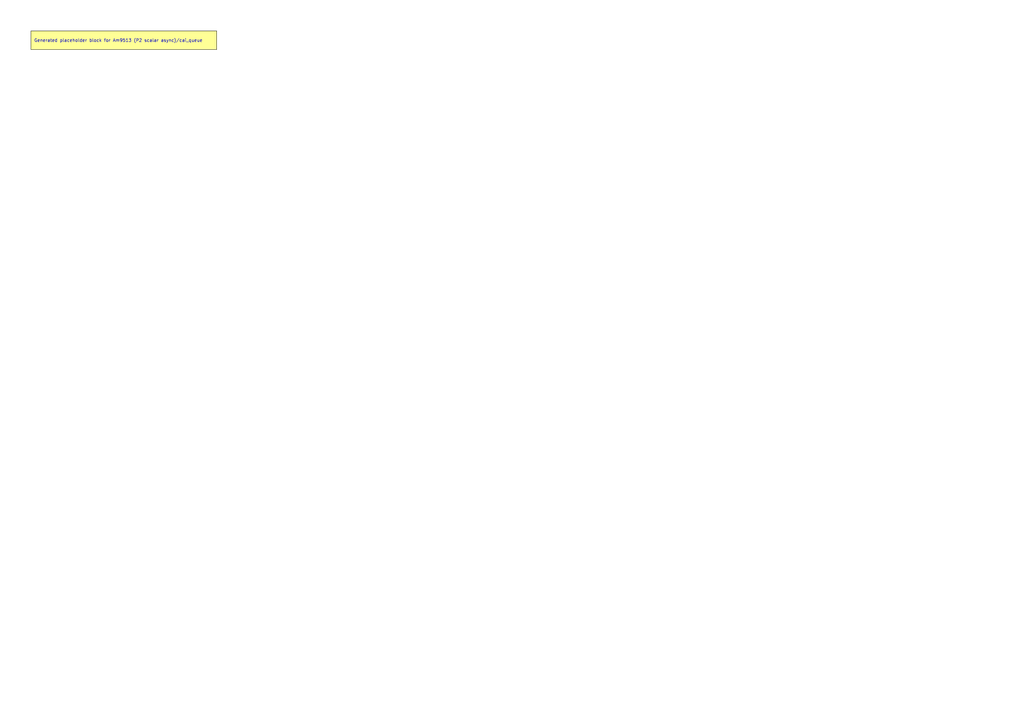
<source format=kicad_sch>
(kicad_sch
	(version 20250114)
	(generator "kicadgen")
	(generator_version "0.2")
	(uuid "37b5de6e-842d-5f8d-922f-c6e9c34fb407")
	(paper "A3")
	(title_block
		(title "Am9513 (P2 scalar async)::cai_queue")
		(company "Project Carbon")
		(comment 1 "Generated - do not edit in generated/")
		(comment 2 "Edit in schem/kicad9/manual/ or refine mapping specs")
	)
	(lib_symbols)
	(text_box
		"Generated placeholder block for Am9513 (P2 scalar async)/cai_queue"
		(exclude_from_sim no)
		(at
			12.7
			12.7
			0
		)
		(size 76.2 7.62)
		(margins
			1.27
			1.27
			1.27
			1.27
		)
		(stroke
			(width 0)
			(type default)
			(color
				0
				0
				0
				1
			)
		)
		(fill
			(type color)
			(color
				255
				255
				150
				1
			)
		)
		(effects
			(font
				(size 1.27 1.27)
			)
			(justify left)
		)
		(uuid "bb4daddc-4068-5db9-abd2-42d85bcab0ee")
	)
	(sheet_instances
		(path
			"/"
			(page "1")
		)
	)
	(embedded_fonts no)
)

</source>
